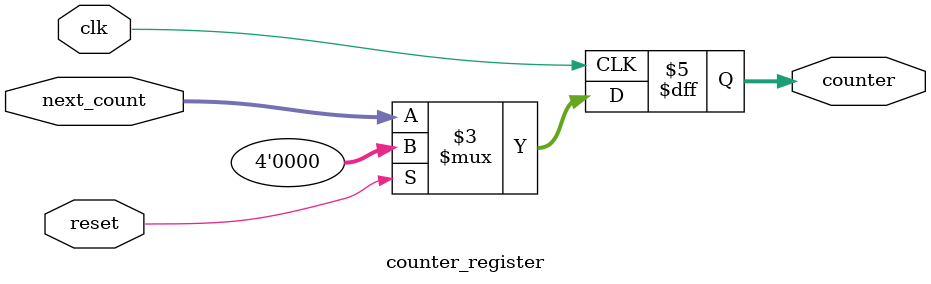
<source format=sv>
module decade_counter (
    input wire clk, reset,
    output wire [3:0] counter,
    output wire decade_pulse
);
    // 内部连线
    wire count_max;
    wire [3:0] next_count;

    // 检测计数器达到最大值的子模块
    counter_detector u_detector (
        .counter(counter),
        .count_max(count_max)
    );

    // 计数器逻辑子模块
    counter_logic u_counter_logic (
        .current_count(counter),
        .count_max(count_max),
        .next_count(next_count)
    );

    // 计数器寄存器子模块
    counter_register u_counter_register (
        .clk(clk),
        .reset(reset),
        .next_count(next_count),
        .counter(counter)
    );

    // 输出脉冲信号
    assign decade_pulse = count_max;

endmodule

// 检测计数器是否达到最大值的子模块
module counter_detector (
    input wire [3:0] counter,
    output wire count_max
);
    // 当计数器达到9时输出高电平
    assign count_max = (counter == 4'd9);
endmodule

// 计数器逻辑子模块 - 计算下一个计数值
module counter_logic (
    input wire [3:0] current_count,
    input wire count_max,
    output wire [3:0] next_count
);
    // 如果计数到最大值则复位到0，否则加1
    assign next_count = count_max ? 4'd0 : current_count + 1'b1;
endmodule

// 计数器寄存器子模块 - 存储当前计数值
module counter_register (
    input wire clk, reset,
    input wire [3:0] next_count,
    output reg [3:0] counter
);
    // 在时钟上升沿更新计数值
    always @(posedge clk) begin
        if (reset)
            counter <= 4'd0;
        else
            counter <= next_count;
    end
endmodule
</source>
